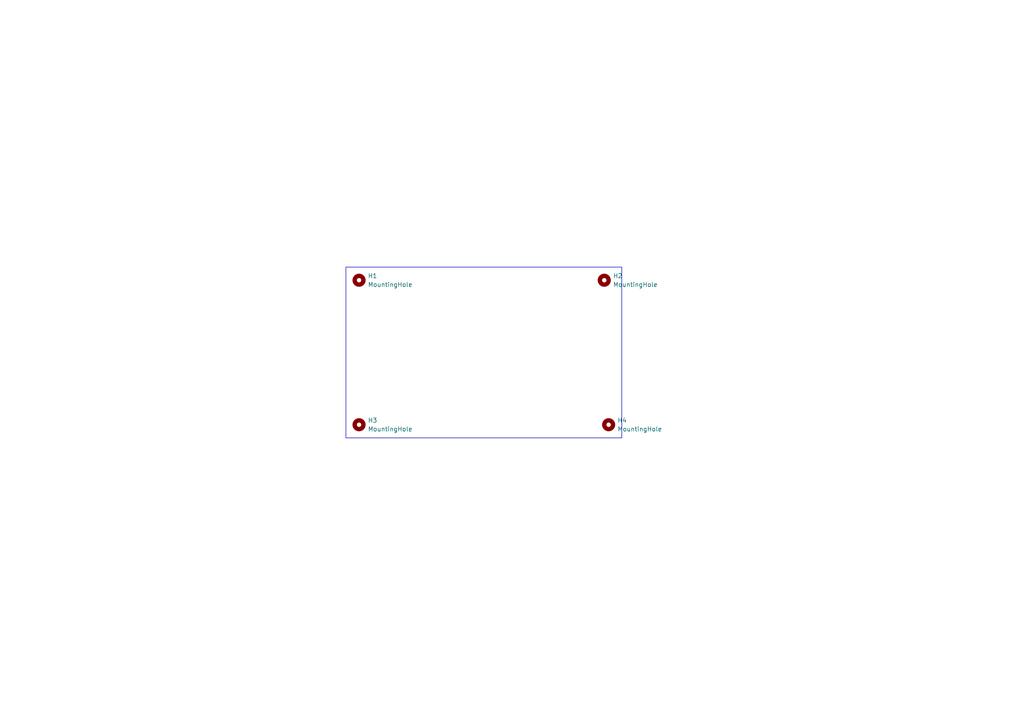
<source format=kicad_sch>
(kicad_sch (version 20250114) (generator "eeschema") (generator_version "9.0")
  (paper "A4")
  (lib_symbols
    (symbol "Mechanical:MountingHole" (pin_names (offset 1.016)) (in_bom no)
      (property "Reference" "H" (at 0 5.08 0))
      (property "Value" "MountingHole" (at 0 3.175 0))
      (symbol "MountingHole_0_1"
        (circle (center 0 0) (radius 1.27) (stroke (width 1.27)))
      )
    )
  )
  (rectangle (start 100.33 77.47) (end 180.34 127))
  (symbol (lib_id "Mechanical:MountingHole") (at 104.14 81.28 0) (unit 1) (in_bom no)
    (property "Reference" "H1" (at 106.68 80.0099 0) (effects (justify left)))
    (property "Value" "MountingHole" (at 106.68 82.5499 0) (effects (justify left)))
    (property "Footprint" "MountingHole:MountingHole_3.2mm_M3_Pad" (effects (hide yes)))
    (property "Description" "Mounting Hole without connection" (effects (hide yes)))
  )
  (symbol (lib_id "Mechanical:MountingHole") (at 104.14 123.19 0) (unit 1) (in_bom no)
    (property "Reference" "H3" (at 106.68 121.9199 0) (effects (justify left)))
    (property "Value" "MountingHole" (at 106.68 124.4599 0) (effects (justify left)))
    (property "Footprint" "MountingHole:MountingHole_3.2mm_M3_Pad" (effects (hide yes)))
    (property "Description" "Mounting Hole without connection" (effects (hide yes)))
  )
  (symbol (lib_id "Mechanical:MountingHole") (at 176.53 123.19 0) (unit 1) (in_bom no)
    (property "Reference" "H4" (at 179.07 121.9199 0) (effects (justify left)))
    (property "Value" "MountingHole" (at 179.07 124.4599 0) (effects (justify left)))
    (property "Footprint" "MountingHole:MountingHole_3.2mm_M3_Pad" (effects (hide yes)))
    (property "Description" "Mounting Hole without connection" (effects (hide yes)))
  )
  (symbol (lib_id "Mechanical:MountingHole") (at 175.26 81.28 0) (unit 1) (in_bom no)
    (property "Reference" "H2" (at 177.8 80.0099 0) (effects (justify left)))
    (property "Value" "MountingHole" (at 177.8 82.5499 0) (effects (justify left)))
    (property "Footprint" "MountingHole:MountingHole_3.2mm_M3_Pad" (effects (hide yes)))
    (property "Description" "Mounting Hole without connection" (effects (hide yes)))
  )
)
</source>
